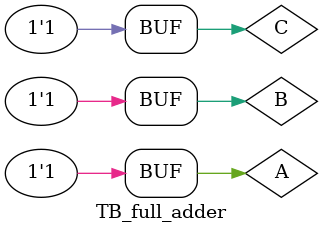
<source format=v>
module TB_full_adder();
reg A,B,C;
wire SUM, CARRY;

full_adder FA( .a(A) , .b(B), .c(C) , .sum(SUM), .carry(CARRY) );

initial
begin
A = 1'b0 ; B = 1'b0 ; C = 1'b0 ;

#10  A = 1'b1 ; B = 1'b0 ; C = 1'b0 ;

#10  A = 1'b1 ; B = 1'b0 ; C = 1'b1 ;

#10  A = 1'b0 ; B = 1'b1 ; C = 1'b1 ;

#10  A = 1'b1 ; B = 1'b1 ; C = 1'b1 ;

end
endmodule
</source>
